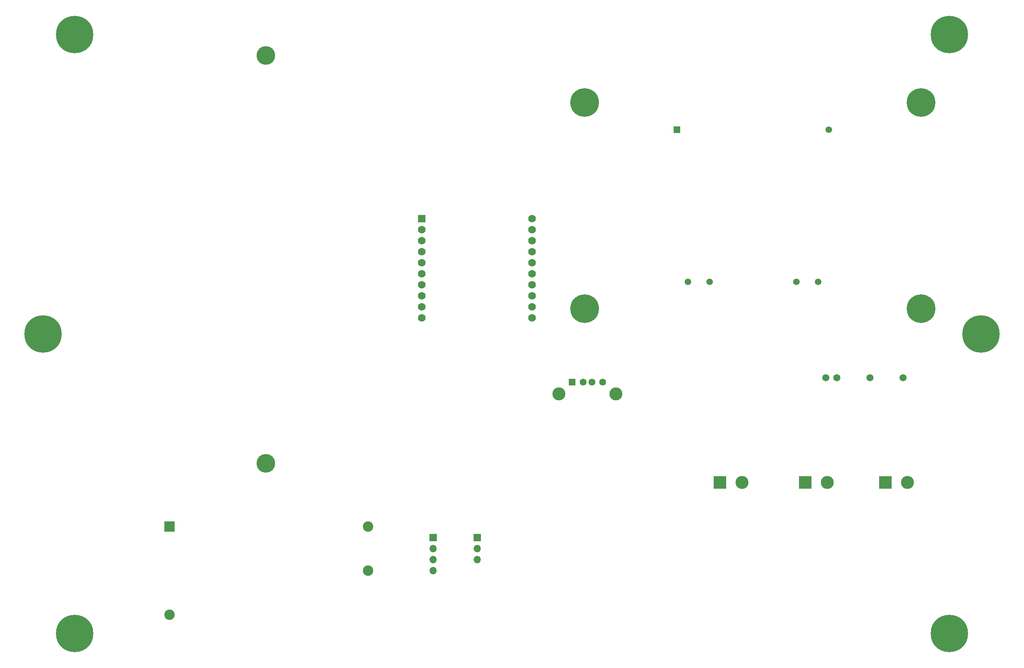
<source format=gbs>
%TF.GenerationSoftware,KiCad,Pcbnew,(6.0.0-0)*%
%TF.CreationDate,2022-10-14T11:13:42+02:00*%
%TF.ProjectId,prototype-1,70726f74-6f74-4797-9065-2d312e6b6963,rev?*%
%TF.SameCoordinates,Original*%
%TF.FileFunction,Soldermask,Bot*%
%TF.FilePolarity,Negative*%
%FSLAX46Y46*%
G04 Gerber Fmt 4.6, Leading zero omitted, Abs format (unit mm)*
G04 Created by KiCad (PCBNEW (6.0.0-0)) date 2022-10-14 11:13:42*
%MOMM*%
%LPD*%
G01*
G04 APERTURE LIST*
%ADD10R,3.000000X3.000000*%
%ADD11C,3.000000*%
%ADD12R,1.600000X1.500000*%
%ADD13C,1.600000*%
%ADD14R,2.400000X2.400000*%
%ADD15C,2.400000*%
%ADD16C,0.900000*%
%ADD17C,8.600000*%
%ADD18C,4.300000*%
%ADD19R,1.778000X1.778000*%
%ADD20C,1.778000*%
%ADD21R,1.700000X1.700000*%
%ADD22O,1.700000X1.700000*%
%ADD23R,1.500000X1.500000*%
%ADD24C,1.500000*%
%ADD25C,6.600000*%
%ADD26C,1.650000*%
G04 APERTURE END LIST*
D10*
%TO.C,J4*%
X193040000Y-124460000D03*
D11*
X198120000Y-124460000D03*
%TD*%
D12*
%TO.C,J1*%
X159060000Y-101320000D03*
D13*
X161560000Y-101320000D03*
X163560000Y-101320000D03*
X166060000Y-101320000D03*
D11*
X155990000Y-104030000D03*
X169130000Y-104030000D03*
%TD*%
D14*
%TO.C,PS1*%
X66292500Y-134612500D03*
D15*
X66292500Y-154932500D03*
X112012500Y-144772500D03*
X112012500Y-134612500D03*
%TD*%
D16*
%TO.C,REF\u002A\u002A*%
X248180419Y-161520419D03*
X245900000Y-162465000D03*
X243619581Y-156959581D03*
D17*
X245900000Y-159240000D03*
D16*
X243619581Y-161520419D03*
X245900000Y-156015000D03*
X249125000Y-159240000D03*
X248180419Y-156959581D03*
X242675000Y-159240000D03*
%TD*%
D18*
%TO.C,REF\u002A\u002A*%
X88500000Y-120040000D03*
%TD*%
D10*
%TO.C,J5*%
X212725000Y-124460000D03*
D11*
X217805000Y-124460000D03*
%TD*%
D18*
%TO.C,REF\u002A\u002A*%
X88500000Y-26060000D03*
%TD*%
D19*
%TO.C,U1*%
X124420000Y-63630000D03*
D20*
X124420000Y-66170000D03*
X124420000Y-68710000D03*
X124420000Y-71250000D03*
X124420000Y-73790000D03*
X124420000Y-76330000D03*
X124420000Y-78870000D03*
X124420000Y-81410000D03*
X124420000Y-83950000D03*
X124420000Y-86490000D03*
X149820000Y-86490000D03*
X149820000Y-83950000D03*
X149820000Y-81410000D03*
X149820000Y-78870000D03*
X149820000Y-76330000D03*
X149820000Y-73790000D03*
X149820000Y-71250000D03*
X149820000Y-68710000D03*
X149820000Y-66170000D03*
X149820000Y-63630000D03*
%TD*%
D16*
%TO.C,REF\u002A\u002A*%
X46780419Y-161520419D03*
X44500000Y-162465000D03*
X42219581Y-156959581D03*
D17*
X44500000Y-159240000D03*
D16*
X42219581Y-161520419D03*
X44500000Y-156015000D03*
X47725000Y-159240000D03*
X46780419Y-156959581D03*
X41275000Y-159240000D03*
%TD*%
D21*
%TO.C,J3*%
X127000000Y-137160000D03*
D22*
X127000000Y-139700000D03*
X127000000Y-142240000D03*
X127000000Y-144780000D03*
%TD*%
D16*
%TO.C,REF\u002A\u002A*%
X46780419Y-23520419D03*
X44500000Y-24465000D03*
X42219581Y-18959581D03*
D17*
X44500000Y-21240000D03*
D16*
X42219581Y-23520419D03*
X44500000Y-18015000D03*
X47725000Y-21240000D03*
X46780419Y-18959581D03*
X41275000Y-21240000D03*
%TD*%
D10*
%TO.C,J6*%
X231140000Y-124460000D03*
D11*
X236220000Y-124460000D03*
%TD*%
D21*
%TO.C,J2*%
X137160000Y-137160000D03*
D22*
X137160000Y-139700000D03*
X137160000Y-142240000D03*
%TD*%
D23*
%TO.C,T1*%
X183160000Y-43180000D03*
D24*
X218160000Y-43180000D03*
X215660000Y-78180000D03*
X210660000Y-78180000D03*
X190660000Y-78180000D03*
X185660000Y-78180000D03*
D25*
X161910000Y-36930000D03*
X239410000Y-36930000D03*
X239410000Y-84430000D03*
X161910000Y-84430000D03*
%TD*%
D16*
%TO.C,REF\u002A\u002A*%
X39480419Y-92520419D03*
X37200000Y-93465000D03*
X34919581Y-87959581D03*
D17*
X37200000Y-90240000D03*
D16*
X34919581Y-92520419D03*
X37200000Y-87015000D03*
X40425000Y-90240000D03*
X39480419Y-87959581D03*
X33975000Y-90240000D03*
%TD*%
%TO.C,REF\u002A\u002A*%
X255480419Y-92520419D03*
X253200000Y-93465000D03*
X250919581Y-87959581D03*
D17*
X253200000Y-90240000D03*
D16*
X250919581Y-92520419D03*
X253200000Y-87015000D03*
X256425000Y-90240000D03*
X255480419Y-87959581D03*
X249975000Y-90240000D03*
%TD*%
%TO.C,REF\u002A\u002A*%
X248180419Y-23520419D03*
X245900000Y-24465000D03*
X243619581Y-18959581D03*
D17*
X245900000Y-21240000D03*
D16*
X243619581Y-23520419D03*
X245900000Y-18015000D03*
X249125000Y-21240000D03*
X248180419Y-18959581D03*
X242675000Y-21240000D03*
%TD*%
D26*
%TO.C,K1*%
X217433080Y-100340000D03*
X219973080Y-100340000D03*
X227593080Y-100340000D03*
X235213080Y-100340000D03*
%TD*%
M02*

</source>
